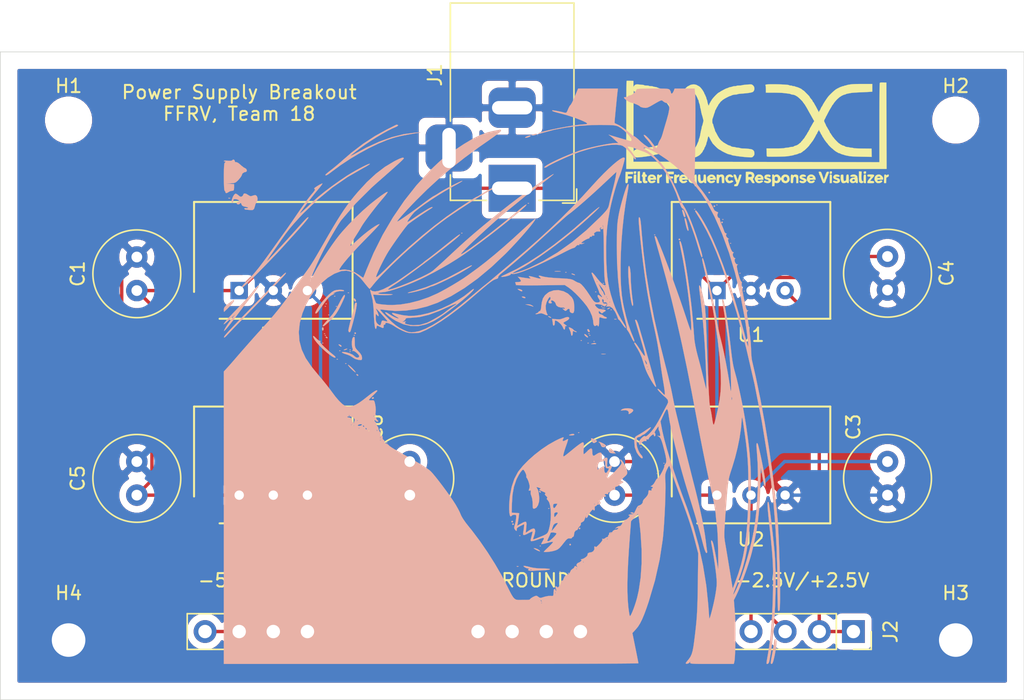
<source format=kicad_pcb>
(kicad_pcb (version 20171130) (host pcbnew "(5.1.10)-1")
  (layers (0 F.Cu signal) (31 B.Cu signal) (34 B.Paste user hide) (35 F.Paste user hide) (36 B.SilkS user hide) (37 F.SilkS user) (38 B.Mask user hide) (39 F.Mask user) (44 Edge.Cuts user))
  (net 0 "")
  (net 1 /+12V)
  (net 2 /GND)
  (net 3 /-2.5V)
  (net 4 /-5V)
  (net 5 /+2.5V)
  (net 6 /+5V)
  (module Graphics:logo_pos (layer F.Cu) (at 170.18 120.015)
    (fp_text reference G*** hide)
    (fp_text value LOGO hide)
  )
  (module MountingHole:MountingHole_2.5mm (layer F.Cu) (at 119.38 158.115)
    (fp_text reference H4 (at 0 -3.5) (layer F.SilkS))
    (fp_text value MountingHole)
    (pad 1 np_thru_hole circle (at 0 0) (size 2.5 2.5) (drill 2.5) (layers *.Cu *.Mask))
  )
  (module MountingHole:MountingHole_2.5mm (layer F.Cu) (at 185.42 158.115)
    (fp_text reference H3 (at 0 -3.5) (layer F.SilkS))
    (fp_text value MountingHole)
    (pad 1 np_thru_hole circle (at 0 0) (size 2.5 2.5) (drill 2.5) (layers *.Cu *.Mask))
  )
  (module Graphics:power (layer B.Cu) (at 152.4 138.43 180)
    (fp_text reference G*** hide)
    (fp_text value LOGO hide)
  )
  (module MountingHole:MountingHole_2.5mm (layer F.Cu) (at 185.42 119.38)
    (fp_text reference H2 (at 0 -2.54) (layer F.SilkS))
    (fp_text value MountingHole)
    (pad 1 np_thru_hole circle (at 0 0) (size 2.5 2.5) (drill 2.5) (layers *.Cu *.Mask))
  )
  (module MountingHole:MountingHole_2.5mm (layer F.Cu) (at 119.38 119.38)
    (fp_text reference H1 (at 0 -2.54) (layer F.SilkS))
    (fp_text value MountingHole)
    (pad 1 np_thru_hole circle (at 0 0) (size 2.5 2.5) (drill 2.5) (layers *.Cu *.Mask))
  )
  (module Capacitor_THT:C_Radial_D6.3mm_H7.0mm_P2.50mm (layer F.Cu) (at 124.46 132.08 90)
    (fp_text reference C1 (at 1.25 -4.4 90) (layer F.SilkS))
    (fp_text value 10u)
    (pad 1 thru_hole circle (at 0 0 90) (size 1.6 1.6) (drill 0.8) (layers *.Cu *.Mask) (net 1 /+12V))
    (pad 2 thru_hole circle (at 2.5 0 90) (size 1.6 1.6) (drill 0.8) (layers *.Cu *.Mask) (net 2 /GND))
  )
  (module Capacitor_THT:C_Radial_D6.3mm_H7.0mm_P2.50mm (layer F.Cu) (at 160.02 147.32 90)
    (fp_text reference C2 (at 1.25 -4.4 90) (layer F.SilkS))
    (fp_text value 10u)
    (pad 2 thru_hole circle (at 2.5 0 90) (size 1.6 1.6) (drill 0.8) (layers *.Cu *.Mask) (net 2 /GND))
    (pad 1 thru_hole circle (at 0 0 90) (size 1.6 1.6) (drill 0.8) (layers *.Cu *.Mask) (net 1 /+12V))
  )
  (module Capacitor_THT:C_Radial_D6.3mm_H7.0mm_P2.50mm (layer F.Cu) (at 180.34 147.32 90)
    (fp_text reference C3 (at 5.08 -2.54 90) (layer F.SilkS))
    (fp_text value 10u)
    (pad 1 thru_hole circle (at 0 0 90) (size 1.6 1.6) (drill 0.8) (layers *.Cu *.Mask) (net 2 /GND))
    (pad 2 thru_hole circle (at 2.5 0 90) (size 1.6 1.6) (drill 0.8) (layers *.Cu *.Mask) (net 3 /-2.5V))
  )
  (module Capacitor_THT:C_Radial_D6.3mm_H7.0mm_P2.50mm (layer F.Cu) (at 180.34 129.54 270)
    (fp_text reference C4 (at 1.25 -4.4 90) (layer F.SilkS))
    (fp_text value 10u)
    (pad 1 thru_hole circle (at 0 0 270) (size 1.6 1.6) (drill 0.8) (layers *.Cu *.Mask) (net 1 /+12V))
    (pad 2 thru_hole circle (at 2.5 0 270) (size 1.6 1.6) (drill 0.8) (layers *.Cu *.Mask) (net 2 /GND))
  )
  (module Capacitor_THT:C_Radial_D6.3mm_H7.0mm_P2.50mm (layer F.Cu) (at 124.46 147.32 90)
    (fp_text reference C5 (at 1.25 -4.4 90) (layer F.SilkS))
    (fp_text value 10u)
    (pad 2 thru_hole circle (at 2.5 0 90) (size 1.6 1.6) (drill 0.8) (layers *.Cu *.Mask) (net 2 /GND))
    (pad 1 thru_hole circle (at 0 0 90) (size 1.6 1.6) (drill 0.8) (layers *.Cu *.Mask) (net 1 /+12V))
  )
  (module Capacitor_THT:C_Radial_D6.3mm_H7.0mm_P2.50mm (layer F.Cu) (at 144.78 147.32 90)
    (fp_text reference C6 (at 5.08 -2.54 90) (layer F.SilkS))
    (fp_text value 10u)
    (pad 2 thru_hole circle (at 2.5 0 90) (size 1.6 1.6) (drill 0.8) (layers *.Cu *.Mask) (net 4 /-5V))
    (pad 1 thru_hole circle (at 0 0 90) (size 1.6 1.6) (drill 0.8) (layers *.Cu *.Mask) (net 2 /GND))
  )
  (module Connector_BarrelJack:BarrelJack_Horizontal (layer F.Cu) (at 152.4 124.46 270)
    (fp_text reference J1 (at -8.45 5.75 90) (layer F.SilkS))
    (fp_text value Barrel_Jack_Switch)
    (pad 1 thru_hole rect (at 0 0 270) (size 3.5 3.5) (drill oval 1 3) (layers *.Cu *.Mask) (net 1 /+12V))
    (pad 2 thru_hole roundrect (at -6 0 270) (size 3 3.5) (drill oval 1 3) (layers *.Cu *.Mask) (net 2 /GND))
    (pad 3 thru_hole roundrect (at -3 4.7 270) (size 3.5 3.5) (drill oval 3 1) (layers *.Cu *.Mask) (net 2 /GND))
  )
  (module Connector_PinSocket_2.54mm:PinSocket_1x04_P2.54mm_Vertical (layer F.Cu) (at 177.8 157.48 270)
    (fp_text reference J2 (at 0 -2.77 90) (layer F.SilkS))
    (fp_text value Conn_01x04)
    (pad 1 thru_hole rect (at 0 0 270) (size 1.7 1.7) (drill 1) (layers *.Cu *.Mask) (net 5 /+2.5V))
    (pad 2 thru_hole oval (at 0 2.54 270) (size 1.7 1.7) (drill 1) (layers *.Cu *.Mask) (net 5 /+2.5V))
    (pad 3 thru_hole oval (at 0 5.08 270) (size 1.7 1.7) (drill 1) (layers *.Cu *.Mask) (net 3 /-2.5V))
    (pad 4 thru_hole oval (at 0 7.62 270) (size 1.7 1.7) (drill 1) (layers *.Cu *.Mask) (net 3 /-2.5V))
  )
  (module Connector_PinSocket_2.54mm:PinSocket_1x04_P2.54mm_Vertical (layer F.Cu) (at 149.86 157.48 90)
    (fp_text reference J3 (at 0 -2.77 90) (layer F.SilkS))
    (fp_text value Conn_01x04)
    (pad 1 thru_hole rect (at 0 0 90) (size 1.7 1.7) (drill 1) (layers *.Cu *.Mask) (net 2 /GND))
    (pad 2 thru_hole oval (at 0 2.54 90) (size 1.7 1.7) (drill 1) (layers *.Cu *.Mask) (net 2 /GND))
    (pad 3 thru_hole oval (at 0 5.08 90) (size 1.7 1.7) (drill 1) (layers *.Cu *.Mask) (net 2 /GND))
    (pad 4 thru_hole oval (at 0 7.62 90) (size 1.7 1.7) (drill 1) (layers *.Cu *.Mask) (net 2 /GND))
  )
  (module Connector_PinSocket_2.54mm:PinSocket_1x04_P2.54mm_Vertical (layer F.Cu) (at 137.16 157.48 270)
    (fp_text reference J4 (at 0 -2.77 90) (layer F.SilkS))
    (fp_text value Conn_01x04)
    (pad 4 thru_hole oval (at 0 7.62 270) (size 1.7 1.7) (drill 1) (layers *.Cu *.Mask) (net 4 /-5V))
    (pad 3 thru_hole oval (at 0 5.08 270) (size 1.7 1.7) (drill 1) (layers *.Cu *.Mask) (net 4 /-5V))
    (pad 2 thru_hole oval (at 0 2.54 270) (size 1.7 1.7) (drill 1) (layers *.Cu *.Mask) (net 6 /+5V))
    (pad 1 thru_hole rect (at 0 0 270) (size 1.7 1.7) (drill 1) (layers *.Cu *.Mask) (net 6 /+5V))
  )
  (module Package_SIP:SIP3_11.6x8.5mm (layer F.Cu) (at 167.64 132.08)
    (fp_text reference U1 (at 2.54 3.3 180) (layer F.SilkS))
    (fp_text value P7805-Q12-S2-S__2.5V)
    (pad 3 thru_hole circle (at 5.08 0 270) (size 1.3 1.3) (drill 0.7) (layers *.Cu *.Mask) (net 5 /+2.5V))
    (pad 1 thru_hole rect (at 0 0 270) (size 1.3 1.3) (drill 0.7) (layers *.Cu *.Mask) (net 1 /+12V))
    (pad 2 thru_hole circle (at 2.54 0 180) (size 1.3 1.3) (drill 0.7) (layers *.Cu *.Mask) (net 2 /GND))
  )
  (module Package_SIP:SIP3_11.6x8.5mm (layer F.Cu) (at 167.64 147.32)
    (fp_text reference U2 (at 2.54 3.3 180) (layer F.SilkS))
    (fp_text value P7805-Q12-S2-S__2.5V)
    (pad 3 thru_hole circle (at 5.08 0 270) (size 1.3 1.3) (drill 0.7) (layers *.Cu *.Mask) (net 2 /GND))
    (pad 1 thru_hole rect (at 0 0 270) (size 1.3 1.3) (drill 0.7) (layers *.Cu *.Mask) (net 1 /+12V))
    (pad 2 thru_hole circle (at 2.54 0 180) (size 1.3 1.3) (drill 0.7) (layers *.Cu *.Mask) (net 3 /-2.5V))
  )
  (module Package_SIP:SIP3_11.6x8.5mm (layer F.Cu) (at 132.08 132.08)
    (fp_text reference U3 (at 2.54 3.3 180) (layer F.SilkS))
    (fp_text value V7805-500__5V)
    (pad 2 thru_hole circle (at 2.54 0 180) (size 1.3 1.3) (drill 0.7) (layers *.Cu *.Mask) (net 2 /GND))
    (pad 1 thru_hole rect (at 0 0 270) (size 1.3 1.3) (drill 0.7) (layers *.Cu *.Mask) (net 1 /+12V))
    (pad 3 thru_hole circle (at 5.08 0 270) (size 1.3 1.3) (drill 0.7) (layers *.Cu *.Mask) (net 6 /+5V))
  )
  (module Package_SIP:SIP3_11.6x8.5mm (layer F.Cu) (at 132.08 147.32)
    (fp_text reference U4 (at 2.54 3.3 180) (layer F.SilkS))
    (fp_text value V7805-500__5V)
    (pad 2 thru_hole circle (at 2.54 0 180) (size 1.3 1.3) (drill 0.7) (layers *.Cu *.Mask) (net 4 /-5V))
    (pad 1 thru_hole rect (at 0 0 270) (size 1.3 1.3) (drill 0.7) (layers *.Cu *.Mask) (net 1 /+12V))
    (pad 3 thru_hole circle (at 5.08 0 270) (size 1.3 1.3) (drill 0.7) (layers *.Cu *.Mask) (net 2 /GND))
  )
  (gr_text "Power Supply Breakout\nFFRV, Team 18" (at 132.08 118.11) (layer F.SilkS) (effects (font (size 1 1))))
  (gr_text -2.5V/+2.5V (at 173.99 153.67) (layer F.SilkS) (effects (font (size 1 1))))
  (gr_text GROUND (at 153.67 153.67) (layer F.SilkS) (effects (font (size 1 1))))
  (gr_text "-5V / +5V" (at 133.35 153.67) (layer F.SilkS) (effects (font (size 1 1))))
  (gr_line (start 114.3 162.56) (end 114.3 114.3) (layer Edge.Cuts) (width 0.05))
  (gr_line (start 190.5 162.56) (end 114.3 162.56) (layer Edge.Cuts) (width 0.05))
  (gr_line (start 190.5 114.3) (end 190.5 162.56) (layer Edge.Cuts) (width 0.05))
  (gr_line (start 114.3 114.3) (end 190.5 114.3) (layer Edge.Cuts) (width 0.05))
  (segment (start 124.46 147.32) (end 132.08 147.32) (width 0.25) (layer F.Cu) (net 1))
  (segment (start 125.585001 133.205001) (end 124.46 132.08) (width 0.25) (layer F.Cu) (net 1))
  (segment (start 125.585001 146.194999) (end 125.585001 133.205001) (width 0.25) (layer F.Cu) (net 1))
  (segment (start 124.46 147.32) (end 125.585001 146.194999) (width 0.25) (layer F.Cu) (net 1))
  (segment (start 167.64 147.32) (end 160.02 147.32) (width 0.25) (layer F.Cu) (net 1))
  (segment (start 167.64 132.08) (end 167.64 147.32) (width 0.25) (layer B.Cu) (net 1))
  (segment (start 180.34 129.54) (end 170.18 129.54) (width 0.25) (layer F.Cu) (net 1))
  (segment (start 170.18 129.54) (end 167.64 132.08) (width 0.25) (layer F.Cu) (net 1))
  (segment (start 132.08 132.08) (end 124.46 132.08) (width 0.25) (layer F.Cu) (net 1))
  (segment (start 160.02 124.46) (end 167.64 132.08) (width 0.25) (layer F.Cu) (net 1))
  (segment (start 152.4 124.46) (end 160.02 124.46) (width 0.25) (layer F.Cu) (net 1))
  (segment (start 139.7 124.46) (end 132.08 132.08) (width 0.25) (layer F.Cu) (net 1))
  (segment (start 152.4 124.46) (end 139.7 124.46) (width 0.25) (layer F.Cu) (net 1))
  (segment (start 123.334999 130.705001) (end 123.334999 143.654999) (width 0.25) (layer F.Cu) (net 2))
  (segment (start 124.46 129.58) (end 123.334999 130.705001) (width 0.25) (layer F.Cu) (net 2))
  (segment (start 124.46 144.78) (end 124.46 144.82) (width 0.25) (layer F.Cu) (net 2))
  (segment (start 123.334999 143.654999) (end 124.46 144.78) (width 0.25) (layer F.Cu) (net 2))
  (segment (start 137.16 147.32) (end 144.78 147.32) (width 0.25) (layer F.Cu) (net 2))
  (segment (start 160.02 144.82) (end 170.22 144.82) (width 0.25) (layer F.Cu) (net 2))
  (segment (start 170.22 144.82) (end 172.72 147.32) (width 0.25) (layer F.Cu) (net 2))
  (segment (start 180.34 147.32) (end 172.72 147.32) (width 0.25) (layer B.Cu) (net 2))
  (segment (start 171.155001 131.104999) (end 179.364999 131.104999) (width 0.25) (layer F.Cu) (net 2))
  (segment (start 170.18 132.08) (end 171.155001 131.104999) (width 0.25) (layer F.Cu) (net 2))
  (segment (start 180.3 132.04) (end 180.34 132.04) (width 0.25) (layer F.Cu) (net 2))
  (segment (start 179.364999 131.104999) (end 180.3 132.04) (width 0.25) (layer F.Cu) (net 2))
  (segment (start 172.72 157.48) (end 170.18 154.94) (width 0.25) (layer F.Cu) (net 3))
  (segment (start 170.18 154.94) (end 170.18 157.48) (width 0.25) (layer F.Cu) (net 3))
  (segment (start 170.18 147.32) (end 170.18 154.94) (width 0.25) (layer F.Cu) (net 3))
  (segment (start 172.68 144.82) (end 180.34 144.82) (width 0.25) (layer B.Cu) (net 3))
  (segment (start 170.18 147.32) (end 172.68 144.82) (width 0.25) (layer B.Cu) (net 3))
  (segment (start 134.62 154.94) (end 132.08 157.48) (width 0.25) (layer F.Cu) (net 4))
  (segment (start 134.62 147.32) (end 134.62 154.94) (width 0.25) (layer F.Cu) (net 4))
  (segment (start 129.54 157.48) (end 132.08 157.48) (width 0.25) (layer F.Cu) (net 4))
  (segment (start 137.12 144.82) (end 134.62 147.32) (width 0.25) (layer F.Cu) (net 4))
  (segment (start 144.78 144.82) (end 137.12 144.82) (width 0.25) (layer F.Cu) (net 4))
  (segment (start 177.8 157.48) (end 175.26 157.48) (width 0.25) (layer F.Cu) (net 5))
  (segment (start 175.26 134.62) (end 175.26 157.48) (width 0.25) (layer F.Cu) (net 5))
  (segment (start 172.72 132.08) (end 175.26 134.62) (width 0.25) (layer F.Cu) (net 5))
  (segment (start 134.62 157.48) (end 137.16 157.48) (width 0.25) (layer F.Cu) (net 6))
  (segment (start 138.135001 133.055001) (end 137.16 132.08) (width 0.25) (layer B.Cu) (net 6))
  (segment (start 138.135001 156.504999) (end 138.135001 133.055001) (width 0.25) (layer B.Cu) (net 6))
  (segment (start 137.16 157.48) (end 138.135001 156.504999) (width 0.25) (layer B.Cu) (net 6))
  (zone (net 2) (net_name /GND) (layer F.Cu) (connect_pads (clearance 0.508)) (min_thickness 0.254) (fill yes (arc_segments 32) (thermal_gap 0.508) (thermal_bridge_width 0.508))
    (polygon (pts (xy 189.23 161.29) (xy 115.57 161.29) (xy 115.57 115.57) (xy 189.23 115.57)))
  )
  (zone (net 2) (net_name /GND) (layer B.Cu) (connect_pads (clearance 0.508)) (min_thickness 0.254) (fill yes (arc_segments 32) (thermal_gap 0.508) (thermal_bridge_width 0.508))
    (polygon (pts (xy 189.23 161.29) (xy 115.57 161.29) (xy 115.57 115.57) (xy 189.23 115.57)))
  )
)
</source>
